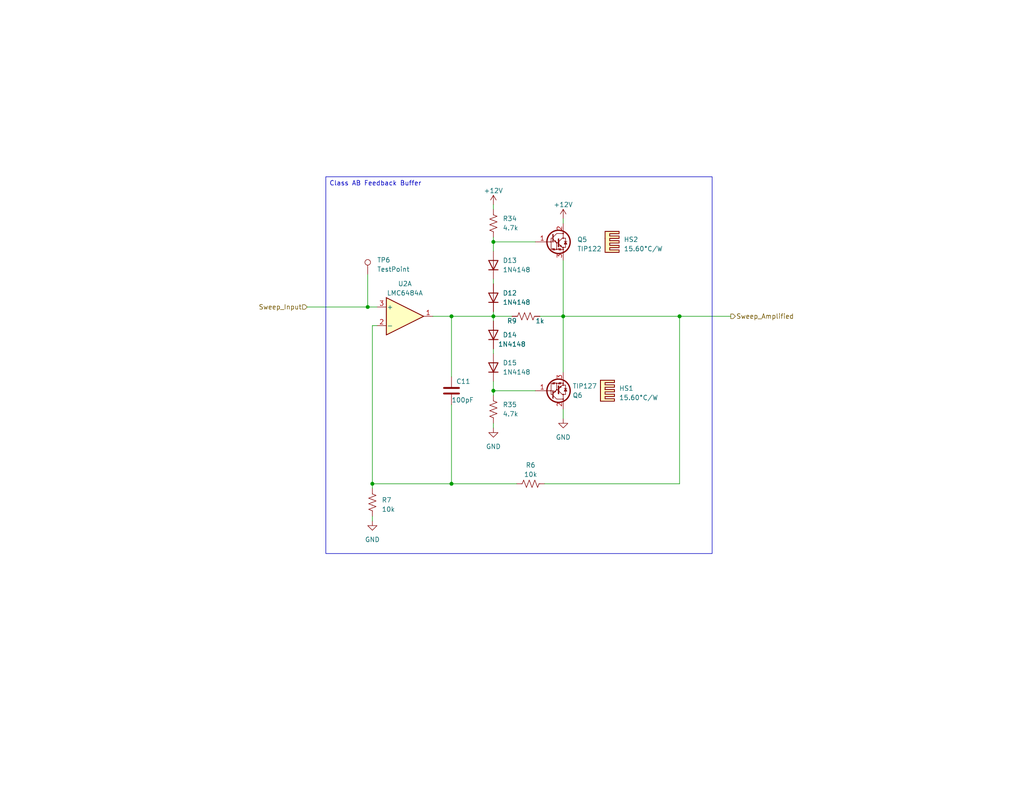
<source format=kicad_sch>
(kicad_sch (version 20230121) (generator eeschema)
  (paper "A")
  (title_block (title "Sweep Voltage Buffer") (date "2023-09-27") (rev "3") (comment 1 "Designed by Marek Newton"))
  (lib_symbols
    (symbol "Amplifier_Operational:LM6144xIx" (pin_names (offset 0.127))
      (property "Reference" "U" (at 0 5.08 0))
      (property "Value" "LM6144xIx" (at 0 -5.08 0))
      (symbol "LM6144xIx_1_1"
        (polyline (pts (xy -5.08 5.08) (xy 5.08 0) (xy -5.08 -5.08) (xy -5.08 5.08)) (stroke (width 0.254)) (fill (type background)))
        (pin output line (at 7.62 0 180) (length 2.54) (name "~") (number "1"))
        (pin input line (at -7.62 -2.54 0) (length 2.54) (name "-") (number "2"))
        (pin input line (at -7.62 2.54 0) (length 2.54) (name "+") (number "3"))
      )
      (symbol "LM6144xIx_2_1"
        (polyline (pts (xy -5.08 5.08) (xy 5.08 0) (xy -5.08 -5.08) (xy -5.08 5.08)) (stroke (width 0.254)) (fill (type background)))
        (pin input line (at -7.62 2.54 0) (length 2.54) (name "+") (number "5"))
        (pin input line (at -7.62 -2.54 0) (length 2.54) (name "-") (number "6"))
        (pin output line (at 7.62 0 180) (length 2.54) (name "~") (number "7"))
      )
      (symbol "LM6144xIx_3_1"
        (polyline (pts (xy -5.08 5.08) (xy 5.08 0) (xy -5.08 -5.08) (xy -5.08 5.08)) (stroke (width 0.254)) (fill (type background)))
        (pin input line (at -7.62 2.54 0) (length 2.54) (name "+") (number "10"))
        (pin output line (at 7.62 0 180) (length 2.54) (name "~") (number "8"))
        (pin input line (at -7.62 -2.54 0) (length 2.54) (name "-") (number "9"))
      )
      (symbol "LM6144xIx_4_1"
        (polyline (pts (xy -5.08 5.08) (xy 5.08 0) (xy -5.08 -5.08) (xy -5.08 5.08)) (stroke (width 0.254)) (fill (type background)))
        (pin input line (at -7.62 2.54 0) (length 2.54) (name "+") (number "12"))
        (pin input line (at -7.62 -2.54 0) (length 2.54) (name "-") (number "13"))
        (pin output line (at 7.62 0 180) (length 2.54) (name "~") (number "14"))
      )
      (symbol "LM6144xIx_5_1"
        (pin power_in line (at -2.54 -7.62 90) (length 3.81) (name "V-") (number "11"))
        (pin power_in line (at -2.54 7.62 270) (length 3.81) (name "V+") (number "4"))
      )
    )
    (symbol "Connector:TestPoint" (pin_numbers hide) (pin_names (offset 0.762) hide)
      (property "Reference" "TP" (at 0 6.858 0))
      (property "Value" "TestPoint" (at 0 5.08 0))
      (symbol "TestPoint_0_1"
        (circle (center 0 3.302) (radius 0.762))
      )
      (symbol "TestPoint_1_1"
        (pin passive line (at 0 0 90) (length 2.54) (name "1") (number "1"))
      )
    )
    (symbol "Device:C" (pin_numbers hide) (pin_names (offset 0.254))
      (property "Reference" "C" (at 0.635 2.54 0))
      (property "Value" "C" (at 0.635 -2.54 0))
      (symbol "C_0_1"
        (polyline (pts (xy -2.032 -0.762) (xy 2.032 -0.762)) (stroke (width 0.508)))
        (polyline (pts (xy -2.032 0.762) (xy 2.032 0.762)) (stroke (width 0.508)))
      )
      (symbol "C_1_1"
        (pin passive line (at 0 3.81 270) (length 2.794) (name "~") (number "1"))
        (pin passive line (at 0 -3.81 90) (length 2.794) (name "~") (number "2"))
      )
    )
    (symbol "Device:R_US" (pin_numbers hide) (pin_names (offset 0))
      (property "Reference" "R" (at 2.54 0 90))
      (property "Value" "R_US" (at -2.54 0 90))
      (symbol "R_US_0_1"
        (polyline (pts (xy 0 -2.286) (xy 0 -2.54)))
        (polyline (pts (xy 0 2.286) (xy 0 2.54)))
        (polyline (pts (xy 0 -0.762) (xy 1.016 -1.143) (xy 0 -1.524) (xy -1.016 -1.905) (xy 0 -2.286)))
        (polyline (pts (xy 0 0.762) (xy 1.016 0.381) (xy 0 0) (xy -1.016 -0.381) (xy 0 -0.762)))
        (polyline (pts (xy 0 2.286) (xy 1.016 1.905) (xy 0 1.524) (xy -1.016 1.143) (xy 0 0.762)))
      )
      (symbol "R_US_1_1"
        (pin passive line (at 0 3.81 270) (length 1.27) (name "~") (number "1"))
        (pin passive line (at 0 -3.81 90) (length 1.27) (name "~") (number "2"))
      )
    )
    (symbol "Diode:1N4148" (pin_numbers hide) (pin_names hide)
      (property "Reference" "D" (at 0 2.54 0))
      (property "Value" "1N4148" (at 0 -2.54 0))
      (symbol "1N4148_0_1"
        (polyline (pts (xy -1.27 1.27) (xy -1.27 -1.27)) (stroke (width 0.254)))
        (polyline (pts (xy 1.27 0) (xy -1.27 0)))
        (polyline (pts (xy 1.27 1.27) (xy 1.27 -1.27) (xy -1.27 0) (xy 1.27 1.27)) (stroke (width 0.254)))
      )
      (symbol "1N4148_1_1"
        (pin passive line (at -3.81 0 0) (length 2.54) (name "K") (number "1"))
        (pin passive line (at 3.81 0 180) (length 2.54) (name "A") (number "2"))
      )
    )
    (symbol "Mechanical:Heatsink" (pin_names (offset 1.016))
      (property "Reference" "HS" (at 0 5.08 0))
      (property "Value" "Heatsink" (at 0 -1.27 0))
      (symbol "Heatsink_0_1"
        (polyline (pts (xy -0.3302 1.27) (xy -0.9652 1.27) (xy -0.9652 3.81) (xy -1.6002 3.81) (xy -1.6002 1.27) (xy -2.2352 1.27) (xy -2.2352 3.81) (xy -2.8702 3.81) (xy -2.8702 0) (xy -0.9652 0)) (stroke (width 0.254)) (fill (type background)))
        (polyline (pts (xy -0.3302 1.27) (xy -0.3302 3.81) (xy 0.3048 3.81) (xy 0.3048 1.27) (xy 0.9398 1.27) (xy 0.9398 3.81) (xy 1.5748 3.81) (xy 1.5748 1.27) (xy 2.2098 1.27) (xy 2.2098 3.81) (xy 2.8448 3.81) (xy 2.8448 0) (xy -0.9652 0)) (stroke (width 0.254)) (fill (type background)))
      )
    )
    (symbol "Transistor_BJT:TIP122" (pin_names (offset 0) hide)
      (property "Reference" "Q" (at 5.08 1.905 0))
      (property "Value" "TIP122" (at 5.08 0 0))
      (symbol "TIP122_0_1"
        (circle (center -0.762 0) (radius 0.127))
        (polyline (pts (xy -1.27 0) (xy -0.889 0)))
        (polyline (pts (xy 2.54 -2.032) (xy 2.54 -2.54)))
        (polyline (pts (xy 2.54 -1.524) (xy 3.175 -1.524)))
        (polyline (pts (xy 2.794 0.127) (xy 3.556 0.127)))
        (polyline (pts (xy 3.175 -0.635) (xy 3.175 -1.524)))
        (polyline (pts (xy 3.175 1.016) (xy 2.54 1.016)))
        (polyline (pts (xy 3.175 1.016) (xy 3.175 0.127)))
        (polyline (pts (xy -0.254 0.762) (xy 0.762 -0.254) (xy 1.27 -0.254)))
        (polyline (pts (xy -0.254 1.016) (xy -0.762 1.016) (xy -0.762 -2.032)))
        (polyline (pts (xy -0.254 1.27) (xy 0.762 2.286) (xy 2.54 2.286)))
        (polyline (pts (xy -0.254 2.032) (xy -0.254 0) (xy -0.254 0)) (stroke (width 0.3048)))
        (polyline (pts (xy 1.27 0.762) (xy 1.27 -1.27) (xy 1.27 -1.27)) (stroke (width 0.381)))
        (polyline (pts (xy 0.635 -0.127) (xy 0.381 0.381) (xy 0.127 0.127) (xy 0.635 -0.127)))
        (polyline (pts (xy 1.27 -0.508) (xy 2.286 -1.524) (xy 2.54 -1.524) (xy 2.54 -2.032)))
        (polyline (pts (xy 1.27 0) (xy 2.286 1.016) (xy 2.54 1.016) (xy 2.54 2.286)))
        (polyline (pts (xy 2.159 -1.397) (xy 1.905 -0.889) (xy 1.651 -1.143) (xy 2.159 -1.397)))
        (polyline (pts (xy 3.175 0.127) (xy 2.794 -0.635) (xy 3.556 -0.635) (xy 3.175 0.127)) (fill (type outline)))
        (polyline (pts (xy 0.762 -2.032) (xy 0.381 -2.032) (xy 0.254 -2.286) (xy 0.127 -1.778) (xy 0 -2.286) (xy -0.127 -1.778) (xy -0.254 -2.286) (xy -0.381 -1.778) (xy -0.508 -2.032) (xy -0.762 -2.032)))
        (polyline (pts (xy 0.762 -0.254) (xy 0.762 -2.032) (xy 1.143 -2.032) (xy 1.27 -1.778) (xy 1.397 -2.286) (xy 1.524 -1.778) (xy 1.651 -2.286) (xy 1.778 -1.778) (xy 1.905 -2.286) (xy 2.032 -2.032) (xy 2.54 -2.032)))
        (circle (center 0.762 -2.032) (radius 0.127))
        (circle (center 0.762 -0.254) (radius 0.127))
        (circle (center 1.27 0) (radius 3.175) (stroke (width 0.3556)))
        (circle (center 2.54 -2.032) (radius 0.127))
        (circle (center 2.54 -1.524) (radius 0.127))
        (circle (center 2.54 1.016) (radius 0.127))
        (circle (center 2.54 2.286) (radius 0.127))
      )
      (symbol "TIP122_1_1"
        (pin input line (at -5.08 0 0) (length 3.81) (name "B") (number "1"))
        (pin passive line (at 2.54 5.08 270) (length 2.667) (name "C") (number "2"))
        (pin passive line (at 2.54 -5.08 90) (length 2.54) (name "E") (number "3"))
      )
    )
    (symbol "Transistor_BJT:TIP127" (pin_names (offset 0) hide)
      (property "Reference" "Q" (at 5.08 1.905 0))
      (property "Value" "TIP127" (at 5.08 0 0))
      (symbol "TIP127_0_1"
        (circle (center -0.762 0) (radius 0.127))
        (polyline (pts (xy -1.27 0) (xy -0.889 0)))
        (polyline (pts (xy 2.54 -2.032) (xy 2.54 -2.54)))
        (polyline (pts (xy 2.54 -1.524) (xy 3.175 -1.524)))
        (polyline (pts (xy 2.794 -0.635) (xy 3.556 -0.635)))
        (polyline (pts (xy 3.175 -1.524) (xy 3.175 -0.635)))
        (polyline (pts (xy 3.175 0.127) (xy 3.175 1.016)))
        (polyline (pts (xy 3.175 1.016) (xy 2.54 1.016)))
        (polyline (pts (xy -0.254 0.762) (xy 0.762 -0.254) (xy 1.27 -0.254)))
        (polyline (pts (xy -0.254 1.016) (xy -0.762 1.016) (xy -0.762 -2.032)))
        (polyline (pts (xy -0.254 1.27) (xy 0.762 2.286) (xy 2.54 2.286)))
        (polyline (pts (xy -0.254 2.032) (xy -0.254 0) (xy -0.254 0)) (stroke (width 0.3048)))
        (polyline (pts (xy 1.27 0.762) (xy 1.27 -1.27) (xy 1.27 -1.27)) (stroke (width 0.381)))
        (polyline (pts (xy 0 0.508) (xy 0.254 0) (xy 0.508 0.254) (xy 0 0.508)))
        (polyline (pts (xy 1.27 -0.508) (xy 2.286 -1.524) (xy 2.54 -1.524) (xy 2.54 -2.032)))
        (polyline (pts (xy 1.27 0) (xy 2.286 1.016) (xy 2.54 1.016) (xy 2.54 2.286)))
        (polyline (pts (xy 1.524 -0.762) (xy 1.778 -1.27) (xy 2.032 -1.016) (xy 1.524 -0.762)))
        (polyline (pts (xy 3.175 -0.635) (xy 2.794 0.127) (xy 3.556 0.127) (xy 3.175 -0.635)) (fill (type outline)))
        (polyline (pts (xy 0.762 -2.032) (xy 0.381 -2.032) (xy 0.254 -2.286) (xy 0.127 -1.778) (xy 0 -2.286) (xy -0.127 -1.778) (xy -0.254 -2.286) (xy -0.381 -1.778) (xy -0.508 -2.032) (xy -0.762 -2.032)))
        (polyline (pts (xy 0.762 -0.254) (xy 0.762 -2.032) (xy 1.143 -2.032) (xy 1.27 -1.778) (xy 1.397 -2.286) (xy 1.524 -1.778) (xy 1.651 -2.286) (xy 1.778 -1.778) (xy 1.905 -2.286) (xy 2.032 -2.032) (xy 2.54 -2.032)))
        (circle (center 0.762 -2.032) (radius 0.127))
        (circle (center 0.762 -0.254) (radius 0.127))
        (circle (center 1.27 0) (radius 3.175) (stroke (width 0.3556)))
        (circle (center 2.54 -2.032) (radius 0.127))
        (circle (center 2.54 -1.524) (radius 0.127))
        (circle (center 2.54 1.016) (radius 0.127))
        (circle (center 2.54 2.286) (radius 0.127))
      )
      (symbol "TIP127_1_1"
        (pin input line (at -5.08 0 0) (length 3.81) (name "B") (number "1"))
        (pin passive line (at 2.54 5.08 270) (length 2.667) (name "C") (number "2"))
        (pin passive line (at 2.54 -5.08 90) (length 2.54) (name "E") (number "3"))
      )
    )
    (symbol "power:+12V" (power) (pin_names (offset 0))
      (property "Value" "+12V" (at 0 3.556 0))
      (symbol "+12V_0_1"
        (polyline (pts (xy -0.762 1.27) (xy 0 2.54)))
        (polyline (pts (xy 0 0) (xy 0 2.54)))
        (polyline (pts (xy 0 2.54) (xy 0.762 1.27)))
      )
      (symbol "+12V_1_1"
        (pin power_in line (at 0 0 90) (length 0) hide (name "+12V") (number "1"))
      )
    )
    (symbol "power:GND" (power) (pin_names (offset 0))
      (property "Value" "GND" (at 0 -3.81 0))
      (symbol "GND_0_1"
        (polyline (pts (xy 0 0) (xy 0 -1.27) (xy 1.27 -1.27) (xy 0 -2.54) (xy -1.27 -1.27) (xy 0 -1.27)))
      )
      (symbol "GND_1_1"
        (pin power_in line (at 0 0 270) (length 0) hide (name "GND") (number "1"))
      )
    )
  )
  (junction (at 123.19 132.08))
  (junction (at 101.6 132.08))
  (junction (at 134.62 106.68))
  (junction (at 123.19 86.36))
  (junction (at 100.33 83.82))
  (junction (at 185.42 86.36))
  (junction (at 153.67 86.36))
  (junction (at 134.62 86.36))
  (junction (at 134.62 66.04))
  (wire (pts (xy 134.62 66.04) (xy 146.05 66.04)))
  (wire (pts (xy 134.62 86.36) (xy 139.7 86.36)))
  (wire (pts (xy 185.42 86.36) (xy 185.42 132.08)))
  (wire (pts (xy 153.67 59.69) (xy 153.67 60.96)))
  (wire (pts (xy 153.67 86.36) (xy 153.67 101.6)))
  (wire (pts (xy 153.67 71.12) (xy 153.67 86.36)))
  (wire (pts (xy 134.62 64.77) (xy 134.62 66.04)))
  (wire (pts (xy 134.62 86.36) (xy 134.62 85.09)))
  (wire (pts (xy 134.62 106.68) (xy 134.62 107.95)))
  (wire (pts (xy 134.62 77.47) (xy 134.62 76.2)))
  (wire (pts (xy 147.32 86.36) (xy 153.67 86.36)))
  (wire (pts (xy 123.19 86.36) (xy 123.19 102.87)))
  (wire (pts (xy 123.19 132.08) (xy 140.97 132.08)))
  (wire (pts (xy 101.6 132.08) (xy 123.19 132.08)))
  (wire (pts (xy 100.33 74.93) (xy 100.33 83.82)))
  (wire (pts (xy 134.62 106.68) (xy 134.62 104.14)))
  (wire (pts (xy 101.6 140.97) (xy 101.6 142.24)))
  (wire (pts (xy 134.62 68.58) (xy 134.62 66.04)))
  (wire (pts (xy 148.59 132.08) (xy 185.42 132.08)))
  (wire (pts (xy 83.82 83.82) (xy 100.33 83.82)))
  (wire (pts (xy 153.67 111.76) (xy 153.67 114.3)))
  (wire (pts (xy 134.62 115.57) (xy 134.62 116.84)))
  (wire (pts (xy 134.62 96.52) (xy 134.62 95.25)))
  (wire (pts (xy 134.62 55.88) (xy 134.62 57.15)))
  (wire (pts (xy 100.33 83.82) (xy 102.87 83.82)))
  (wire (pts (xy 185.42 86.36) (xy 199.39 86.36)))
  (wire (pts (xy 101.6 88.9) (xy 102.87 88.9)))
  (wire (pts (xy 153.67 86.36) (xy 185.42 86.36)))
  (wire (pts (xy 118.11 86.36) (xy 123.19 86.36)))
  (wire (pts (xy 101.6 132.08) (xy 101.6 133.35)))
  (wire (pts (xy 146.05 106.68) (xy 134.62 106.68)))
  (wire (pts (xy 101.6 88.9) (xy 101.6 132.08)))
  (wire (pts (xy 134.62 87.63) (xy 134.62 86.36)))
  (wire (pts (xy 123.19 86.36) (xy 134.62 86.36)))
  (wire (pts (xy 123.19 110.49) (xy 123.19 132.08)))
  (text_box "Class AB Feedback Buffer" (at 88.9 48.26 0) (size 105.41 102.87) (effects (font (size 1.27 1.27)) (justify left top)))
  (hierarchical_label "Sweep_Input" (shape input) (at 83.82 83.82 180))
  (hierarchical_label "Sweep_Amplified" (shape output) (at 199.39 86.36 0))
  (symbol (lib_id "Mechanical:Heatsink") (at 165.1 66.04 270) (unit 1) (on_board no)
    (property "Reference" "HS2" (at 170.18 65.3923 90) (effects (justify left)))
    (property "Value" "15.60°C/W" (at 170.18 67.9323 90) (effects (justify left)))
    (instances (project "USB_curve_tracer" (path "" (reference "HS2") (unit 1)) (path "" (reference "HS1") (unit 1))))
  )
  (symbol (lib_id "Mechanical:Heatsink") (at 163.83 106.68 270) (unit 1) (on_board no)
    (property "Reference" "HS1" (at 168.91 106.0323 90) (effects (justify left)))
    (property "Value" "15.60°C/W" (at 168.91 108.5723 90) (effects (justify left)))
    (instances (project "USB_curve_tracer" (path "" (reference "HS1") (unit 1)) (path "" (reference "HS2") (unit 1))))
  )
  (symbol (lib_id "Connector:TestPoint") (at 100.33 74.93 0) (unit 1)
    (property "Reference" "TP6" (at 102.87 70.993 0) (effects (justify left)))
    (property "Value" "TestPoint" (at 102.87 73.533 0) (effects (justify left)))
    (property "Footprint" "TestPoint:TestPoint_THTPad_D2.5mm_Drill1.2mm" (effects hide))
  )
  (symbol (lib_id "Device:R_US") (at 144.78 132.08 90) (unit 1)
    (property "Reference" "R6" (at 144.78 127 90))
    (property "Value" "10k" (at 144.78 129.54 90))
    (property "Footprint" "Resistor_THT:R_Axial_DIN0207_L6.3mm_D2.5mm_P7.62mm_Horizontal" (effects hide))
    (property "Distributor Part #" "CF14JT10K0CT-ND" (effects hide))
    (property "Part #" "CF14JT10K0" (effects hide))
    (property "Unit Price" "0.1" (effects hide))
    (instances (project "USB_curve_tracer" (path "" (reference "R6") (unit 1)) (path "" (reference "R7") (unit 1))))
  )
  (symbol (lib_id "Diode:1N4148") (at 134.62 81.28 90) (unit 1)
    (property "Reference" "D12" (at 137.16 80.01 90) (effects (justify right)))
    (property "Value" "1N4148" (at 137.16 82.55 90) (effects (justify right)))
    (property "Footprint" "Diode_THT:D_DO-35_SOD27_P7.62mm_Horizontal" (effects hide))
    (property "Datasheet" "https://assets.nexperia.com/documents/data-sheet/1N4148_1N4448.pdf" (effects hide))
    (property "Sim.Device" "D" (effects hide))
    (property "Sim.Pins" "1=K 2=A" (effects hide))
    (property "Distributor Part #" "1N4148FS-ND" (effects hide))
    (property "Part #" "1N4148" (effects hide))
    (property "Unit Price" "0.1" (effects hide))
  )
  (symbol (lib_id "Device:R_US") (at 134.62 60.96 0) (unit 1)
    (property "Reference" "R34" (at 137.16 59.69 0) (effects (justify left)))
    (property "Value" "4.7k" (at 137.16 62.23 0) (effects (justify left)))
    (property "Footprint" "Resistor_THT:R_Axial_DIN0207_L6.3mm_D2.5mm_P7.62mm_Horizontal" (effects hide))
    (property "Distributor Part #" "CF14JT4K70CT-ND" (effects hide))
    (property "Part #" "CF14JT4K70" (effects hide))
    (property "Unit Price" "0.1" (effects hide))
  )
  (symbol (lib_id "Diode:1N4148") (at 134.62 100.33 90) (unit 1)
    (property "Reference" "D15" (at 137.16 99.06 90) (effects (justify right)))
    (property "Value" "1N4148" (at 137.16 101.6 90) (effects (justify right)))
    (property "Footprint" "Diode_THT:D_DO-35_SOD27_P7.62mm_Horizontal" (effects hide))
    (property "Datasheet" "https://assets.nexperia.com/documents/data-sheet/1N4148_1N4448.pdf" (effects hide))
    (property "Sim.Device" "D" (effects hide))
    (property "Sim.Pins" "1=K 2=A" (effects hide))
    (property "Distributor Part #" "1N4148FS-ND" (effects hide))
    (property "Part #" "1N4148" (effects hide))
    (property "Unit Price" "0.1" (effects hide))
  )
  (symbol (lib_id "Device:R_US") (at 101.6 137.16 0) (unit 1)
    (property "Reference" "R7" (at 104.14 136.525 0) (effects (justify left)))
    (property "Value" "10k" (at 104.14 139.065 0) (effects (justify left)))
    (property "Footprint" "Resistor_THT:R_Axial_DIN0207_L6.3mm_D2.5mm_P7.62mm_Horizontal" (effects hide))
    (property "Distributor Part #" "CF14JT10K0CT-ND" (effects hide))
    (property "Part #" "CF14JT10K0" (effects hide))
    (property "Unit Price" "0.1" (effects hide))
    (instances (project "USB_curve_tracer" (path "" (reference "R7") (unit 1)) (path "" (reference "R6") (unit 1))))
  )
  (symbol (lib_id "Diode:1N4148") (at 134.62 72.39 90) (unit 1)
    (property "Reference" "D13" (at 137.16 71.12 90) (effects (justify right)))
    (property "Value" "1N4148" (at 137.16 73.66 90) (effects (justify right)))
    (property "Footprint" "Diode_THT:D_DO-35_SOD27_P7.62mm_Horizontal" (effects hide))
    (property "Datasheet" "https://assets.nexperia.com/documents/data-sheet/1N4148_1N4448.pdf" (effects hide))
    (property "Sim.Device" "D" (effects hide))
    (property "Sim.Pins" "1=K 2=A" (effects hide))
    (property "Distributor Part #" "1N4148FS-ND" (effects hide))
    (property "Part #" "1N4148" (effects hide))
    (property "Unit Price" "0.1" (effects hide))
  )
  (symbol (lib_id "power:GND") (at 134.62 116.84 0) (mirror y) (unit 1)
    (property "Reference" "#PWR?" (effects hide))
    (property "Value" "GND" (at 134.62 121.92 0))
    (instances (project "USB_curve_tracer" (path "" (reference "#PWR?") (unit 1)) (path "" (reference "#PWR029") (unit 1)) (path "" (reference "#PWR044") (unit 1))))
  )
  (symbol (lib_id "Diode:1N4148") (at 134.62 91.44 90) (unit 1)
    (property "Reference" "D14" (at 137.16 91.44 90) (effects (justify right)))
    (property "Value" "1N4148" (at 135.89 93.98 90) (effects (justify right)))
    (property "Footprint" "Diode_THT:D_DO-35_SOD27_P7.62mm_Horizontal" (effects hide))
    (property "Datasheet" "https://assets.nexperia.com/documents/data-sheet/1N4148_1N4448.pdf" (effects hide))
    (property "Sim.Device" "D" (effects hide))
    (property "Sim.Pins" "1=K 2=A" (effects hide))
    (property "Distributor Part #" "1N4148FS-ND" (effects hide))
    (property "Part #" "1N4148" (effects hide))
    (property "Unit Price" "0.1" (effects hide))
  )
  (symbol (lib_id "Transistor_BJT:TIP127") (at 151.13 106.68 0) (mirror x) (unit 1)
    (property "Reference" "Q6" (at 156.21 107.95 0) (effects (justify left)))
    (property "Value" "TIP127" (at 156.21 105.41 0) (effects (justify left)))
    (property "Footprint" "Package_TO_SOT_THT:TO-220-3_Vertical" (effects hide))
    (property "Datasheet" "https://www.onsemi.com/pub/Collateral/TIP120-D.PDF" (effects hide))
    (property "Distributor Part #" "TIP127GOS-ND" (effects hide))
    (property "Part #" "TIP127G" (effects hide))
    (property "Unit Price" "1.37" (effects hide))
    (instances (project "USB_curve_tracer" (path "" (reference "Q6") (unit 1)) (path "" (reference "Q4") (unit 1))))
  )
  (symbol (lib_id "Transistor_BJT:TIP122") (at 151.13 66.04 0) (unit 1)
    (property "Reference" "Q5" (at 157.48 65.405 0) (effects (justify left)))
    (property "Value" "TIP122" (at 157.48 67.945 0) (effects (justify left)))
    (property "Footprint" "Package_TO_SOT_THT:TO-220-3_Vertical" (effects hide))
    (property "Datasheet" "https://www.onsemi.com/pub/Collateral/TIP120-D.PDF" (effects hide))
    (property "Distributor Part #" "TIP122GOS-ND" (effects hide))
    (property "Part #" "TIP122G" (effects hide))
    (property "Unit Price" "0.79" (effects hide))
    (instances (project "USB_curve_tracer" (path "" (reference "Q5") (unit 1)) (path "" (reference "Q3") (unit 1))))
  )
  (symbol (lib_id "power:+12V") (at 153.67 59.69 0) (unit 1)
    (property "Reference" "#PWR019" (effects hide))
    (property "Value" "+12V" (at 153.67 55.88 0))
  )
  (symbol (lib_id "Device:R_US") (at 134.62 111.76 0) (unit 1)
    (property "Reference" "R35" (at 137.16 110.49 0) (effects (justify left)))
    (property "Value" "4.7k" (at 137.16 113.03 0) (effects (justify left)))
    (property "Footprint" "Resistor_THT:R_Axial_DIN0207_L6.3mm_D2.5mm_P7.62mm_Horizontal" (effects hide))
    (property "Distributor Part #" "CF14JT4K70CT-ND" (effects hide))
    (property "Part #" "CF14JT4K70" (effects hide))
    (property "Unit Price" "0.1" (effects hide))
  )
  (symbol (lib_id "Device:C") (at 123.19 106.68 0) (unit 1)
    (property "Reference" "C11" (at 124.46 104.14 0) (effects (justify left)))
    (property "Value" "100pF" (at 123.19 109.22 0) (effects (justify left)))
    (property "Footprint" "Capacitor_THT:C_Disc_D6.0mm_W2.5mm_P5.00mm" (effects hide))
    (property "Distributor Part #" "56-K101J10C0GF5UH5CT-ND" (effects hide))
    (property "Part #" "K101J10C0GF5UH5" (effects hide))
    (property "Unit Price" "0.23" (effects hide))
  )
  (symbol (lib_id "power:+12V") (at 134.62 55.88 0) (unit 1)
    (property "Reference" "#PWR019" (effects hide))
    (property "Value" "+12V" (at 134.62 52.07 0))
    (instances (project "USB_curve_tracer" (path "" (reference "#PWR019") (unit 1)) (path "" (reference "#PWR043") (unit 1))))
  )
  (symbol (lib_id "Amplifier_Operational:LM6144xIx") (at 110.49 86.36 0) (unit 1)
    (property "Reference" "U2" (at 110.49 77.47 0))
    (property "Value" "LMC6484A" (at 110.49 80.01 0))
    (property "Footprint" "Package_DIP:DIP-14_W7.62mm" (effects hide))
    (property "Datasheet" "https://www.ti.com/lit/ds/symlink/lm6142.pdf" (effects hide))
  )
  (symbol (lib_id "power:GND") (at 153.67 114.3 0) (mirror y) (unit 1)
    (property "Reference" "#PWR?" (effects hide))
    (property "Value" "GND" (at 153.67 119.38 0))
    (instances (project "USB_curve_tracer" (path "" (reference "#PWR?") (unit 1)) (path "" (reference "#PWR029") (unit 1)) (path "" (reference "#PWR029") (unit 1))))
  )
  (symbol (lib_id "Device:R_US") (at 143.51 86.36 90) (unit 1)
    (property "Reference" "R9" (at 139.7 87.63 90))
    (property "Value" "1k" (at 147.32 87.63 90))
    (property "Footprint" "Resistor_THT:R_Axial_DIN0207_L6.3mm_D2.5mm_P7.62mm_Horizontal" (effects hide))
    (property "Distributor Part #" "13-MFR-25FRF52-1KCT-ND" (effects hide))
    (property "Part #" "MFR-25FRF52-1K" (effects hide))
    (property "Unit Price" "0.1" (effects hide))
  )
  (symbol (lib_id "power:GND") (at 101.6 142.24 0) (mirror y) (unit 1)
    (property "Reference" "#PWR?" (effects hide))
    (property "Value" "GND" (at 101.6 147.32 0))
    (instances (project "USB_curve_tracer" (path "" (reference "#PWR?") (unit 1)) (path "" (reference "#PWR015") (unit 1)) (path "" (reference "#PWR015") (unit 1))))
  )
)
</source>
